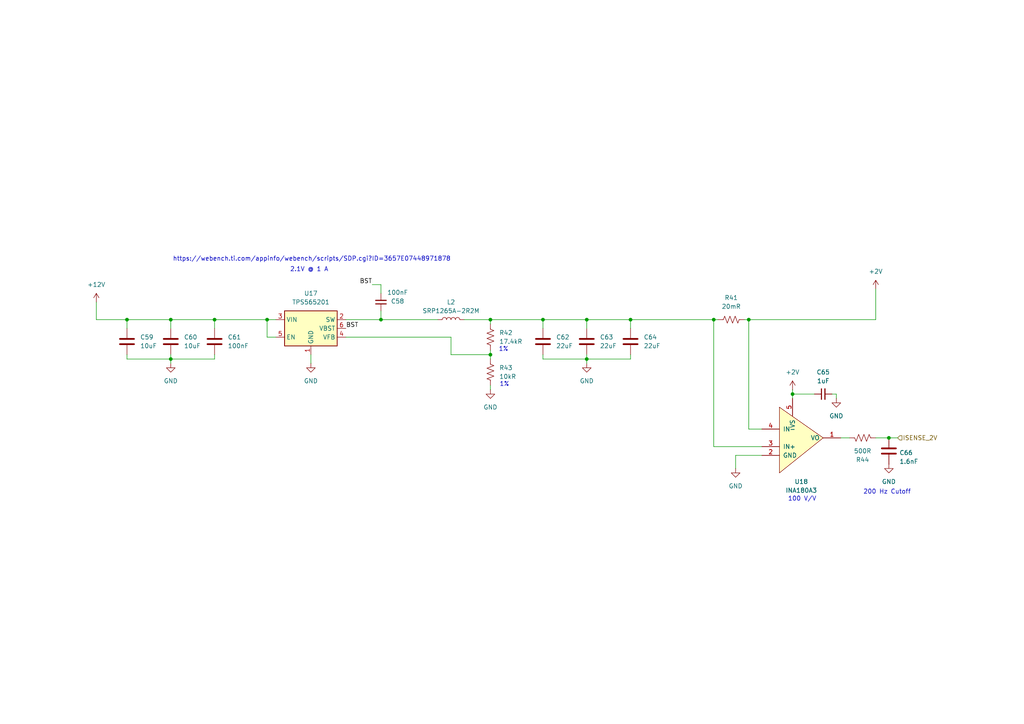
<source format=kicad_sch>
(kicad_sch (version 20231120) (generator "eeschema") (generator_version "8.0")
  (paper "A4")
  (lib_symbols
    (symbol "Device:C" (pin_numbers hide) (pin_names (offset 0.254))
      (property "Reference" "C" (at 0.635 2.54 0))
      (property "Value" "C" (at 0.635 -2.54 0))
      (symbol "C_0_1"
        (polyline (pts (xy -2.032 -0.762) (xy 2.032 -0.762)) (stroke (width 0.508)))
        (polyline (pts (xy -2.032 0.762) (xy 2.032 0.762)) (stroke (width 0.508)))
      )
      (symbol "C_1_1"
        (pin passive line (at 0 3.81 270) (length 2.794) (name "~") (number "1"))
        (pin passive line (at 0 -3.81 90) (length 2.794) (name "~") (number "2"))
      )
    )
    (symbol "Device:C_Small" (pin_numbers hide) (pin_names (offset 0.254) hide)
      (property "Reference" "C" (at 0.254 1.778 0))
      (property "Value" "C_Small" (at 0.254 -2.032 0))
      (symbol "C_Small_0_1"
        (polyline (pts (xy -1.524 -0.508) (xy 1.524 -0.508)) (stroke (width 0.3302)))
        (polyline (pts (xy -1.524 0.508) (xy 1.524 0.508)) (stroke (width 0.3048)))
      )
      (symbol "C_Small_1_1"
        (pin passive line (at 0 2.54 270) (length 2.032) (name "~") (number "1"))
        (pin passive line (at 0 -2.54 90) (length 2.032) (name "~") (number "2"))
      )
    )
    (symbol "Device:L" (pin_numbers hide) (pin_names (offset 1.016) hide)
      (property "Reference" "L" (at -1.27 0 90))
      (property "Value" "L" (at 1.905 0 90))
      (symbol "L_0_1"
        (arc (start 0 -2.54) (mid 0.6323 -1.905) (end 0 -1.27))
        (arc (start 0 -1.27) (mid 0.6323 -0.635) (end 0 0))
        (arc (start 0 0) (mid 0.6323 0.635) (end 0 1.27))
        (arc (start 0 1.27) (mid 0.6323 1.905) (end 0 2.54))
      )
      (symbol "L_1_1"
        (pin passive line (at 0 3.81 270) (length 1.27) (name "1") (number "1"))
        (pin passive line (at 0 -3.81 90) (length 1.27) (name "2") (number "2"))
      )
    )
    (symbol "Device:R_US" (pin_numbers hide) (pin_names (offset 0))
      (property "Reference" "R" (at 2.54 0 90))
      (property "Value" "R_US" (at -2.54 0 90))
      (symbol "R_US_0_1"
        (polyline (pts (xy 0 -2.286) (xy 0 -2.54)))
        (polyline (pts (xy 0 2.286) (xy 0 2.54)))
        (polyline (pts (xy 0 -0.762) (xy 1.016 -1.143) (xy 0 -1.524) (xy -1.016 -1.905) (xy 0 -2.286)))
        (polyline (pts (xy 0 0.762) (xy 1.016 0.381) (xy 0 0) (xy -1.016 -0.381) (xy 0 -0.762)))
        (polyline (pts (xy 0 2.286) (xy 1.016 1.905) (xy 0 1.524) (xy -1.016 1.143) (xy 0 0.762)))
      )
      (symbol "R_US_1_1"
        (pin passive line (at 0 3.81 270) (length 1.27) (name "~") (number "1"))
        (pin passive line (at 0 -3.81 90) (length 1.27) (name "~") (number "2"))
      )
    )
    (symbol "Regulator_Switching:TPS565208"
      (property "Reference" "U" (at -7.62 6.35 0))
      (property "Value" "TPS565208" (at -2.54 6.35 0))
      (symbol "TPS565208_0_1"
        (rectangle (start -7.62 5.08) (end 7.62 -5.08) (stroke (width 0.254)) (fill (type background)))
      )
      (symbol "TPS565208_1_1"
        (pin power_in line (at 0 -7.62 90) (length 2.54) (name "GND") (number "1"))
        (pin output line (at 10.16 2.54 180) (length 2.54) (name "SW") (number "2"))
        (pin power_in line (at -10.16 2.54 0) (length 2.54) (name "VIN") (number "3"))
        (pin input line (at 10.16 -2.54 180) (length 2.54) (name "VFB") (number "4"))
        (pin input line (at -10.16 -2.54 0) (length 2.54) (name "EN") (number "5"))
        (pin passive line (at 10.16 0 180) (length 2.54) (name "VBST") (number "6"))
      )
    )
    (symbol "canhw:INA180" (pin_names (offset 1.016))
      (property "Reference" "U" (at -5.08 13.97 0))
      (property "Value" "INA180" (at -11.43 15.24 0))
      (symbol "INA180_0_1"
        (polyline (pts (xy 5.08 0) (xy -7.62 8.89)))
        (polyline (pts (xy -7.62 8.89) (xy -7.62 -10.16) (xy 5.08 0)) (fill (type background)))
      )
      (symbol "INA180_1_1"
        (pin output line (at 10.16 0 180) (length 5.08) (name "VO") (number "1"))
        (pin power_in line (at -12.7 -5.08 0) (length 5.08) (name "GND") (number "2"))
        (pin input line (at -12.7 -2.54 0) (length 5.08) (name "IN+") (number "3"))
        (pin input line (at -12.7 2.54 0) (length 5.08) (name "IN-") (number "4"))
        (pin power_in line (at -3.81 11.43 270) (length 5.08) (name "VS") (number "5"))
      )
    )
    (symbol "input_board:+2V" (power) (pin_numbers hide) (pin_names (offset 0) hide)
      (property "Value" "+2V" (at 0 3.556 0))
      (symbol "+2V_0_1"
        (polyline (pts (xy -0.762 1.27) (xy 0 2.54)))
        (polyline (pts (xy 0 0) (xy 0 2.54)))
        (polyline (pts (xy 0 2.54) (xy 0.762 1.27)))
      )
      (symbol "+2V_1_1"
        (pin power_in line (at 0 0 90) (length 0) (name "~") (number "1"))
      )
    )
    (symbol "power:+12V" (power) (pin_numbers hide) (pin_names (offset 0) hide)
      (property "Value" "+12V" (at 0 3.556 0))
      (symbol "+12V_0_1"
        (polyline (pts (xy -0.762 1.27) (xy 0 2.54)))
        (polyline (pts (xy 0 0) (xy 0 2.54)))
        (polyline (pts (xy 0 2.54) (xy 0.762 1.27)))
      )
      (symbol "+12V_1_1"
        (pin power_in line (at 0 0 90) (length 0) (name "~") (number "1"))
      )
    )
    (symbol "power:GND" (power) (pin_numbers hide) (pin_names (offset 0) hide)
      (property "Value" "GND" (at 0 -3.81 0))
      (symbol "GND_0_1"
        (polyline (pts (xy 0 0) (xy 0 -1.27) (xy 1.27 -1.27) (xy 0 -2.54) (xy -1.27 -1.27) (xy 0 -1.27)))
      )
      (symbol "GND_1_1"
        (pin power_in line (at 0 0 270) (length 0) (name "~") (number "1"))
      )
    )
  )
  (junction (at 49.53 104.14))
  (junction (at 49.53 92.71))
  (junction (at 182.88 92.71))
  (junction (at 142.24 92.71))
  (junction (at 36.83 92.71))
  (junction (at 110.49 92.71))
  (junction (at 217.17 92.71))
  (junction (at 229.87 114.3))
  (junction (at 170.18 92.71))
  (junction (at 62.23 92.71))
  (junction (at 170.18 104.14))
  (junction (at 157.48 92.71))
  (junction (at 257.81 127))
  (junction (at 207.01 92.71))
  (junction (at 142.24 102.87))
  (junction (at 77.47 92.71))
  (wire (pts (xy 110.49 82.55) (xy 107.95 82.55)))
  (wire (pts (xy 36.83 102.87) (xy 36.83 104.14)))
  (wire (pts (xy 217.17 92.71) (xy 254 92.71)))
  (wire (pts (xy 142.24 102.87) (xy 130.81 102.87)))
  (wire (pts (xy 62.23 92.71) (xy 62.23 95.25)))
  (wire (pts (xy 229.87 113.03) (xy 229.87 114.3)))
  (wire (pts (xy 130.81 102.87) (xy 130.81 97.79)))
  (wire (pts (xy 157.48 104.14) (xy 170.18 104.14)))
  (wire (pts (xy 142.24 101.6) (xy 142.24 102.87)))
  (wire (pts (xy 77.47 92.71) (xy 80.01 92.71)))
  (wire (pts (xy 36.83 92.71) (xy 49.53 92.71)))
  (wire (pts (xy 170.18 104.14) (xy 170.18 102.87)))
  (wire (pts (xy 229.87 114.3) (xy 236.22 114.3)))
  (wire (pts (xy 157.48 92.71) (xy 157.48 95.25)))
  (wire (pts (xy 36.83 95.25) (xy 36.83 92.71)))
  (wire (pts (xy 62.23 92.71) (xy 77.47 92.71)))
  (wire (pts (xy 170.18 104.14) (xy 182.88 104.14)))
  (wire (pts (xy 229.87 114.3) (xy 229.87 115.57)))
  (wire (pts (xy 100.33 92.71) (xy 110.49 92.71)))
  (wire (pts (xy 220.98 124.46) (xy 217.17 124.46)))
  (wire (pts (xy 215.9 92.71) (xy 217.17 92.71)))
  (wire (pts (xy 157.48 102.87) (xy 157.48 104.14)))
  (wire (pts (xy 49.53 104.14) (xy 49.53 102.87)))
  (wire (pts (xy 242.57 114.3) (xy 242.57 115.57)))
  (wire (pts (xy 254 83.82) (xy 254 92.71)))
  (wire (pts (xy 80.01 97.79) (xy 77.47 97.79)))
  (wire (pts (xy 36.83 104.14) (xy 49.53 104.14)))
  (wire (pts (xy 217.17 92.71) (xy 217.17 124.46)))
  (wire (pts (xy 134.62 92.71) (xy 142.24 92.71)))
  (wire (pts (xy 110.49 85.09) (xy 110.49 82.55)))
  (wire (pts (xy 49.53 104.14) (xy 49.53 105.41)))
  (wire (pts (xy 36.83 92.71) (xy 27.94 92.71)))
  (wire (pts (xy 142.24 92.71) (xy 142.24 93.98)))
  (wire (pts (xy 241.3 114.3) (xy 242.57 114.3)))
  (wire (pts (xy 157.48 92.71) (xy 170.18 92.71)))
  (wire (pts (xy 182.88 92.71) (xy 182.88 95.25)))
  (wire (pts (xy 49.53 95.25) (xy 49.53 92.71)))
  (wire (pts (xy 246.38 127) (xy 243.84 127)))
  (wire (pts (xy 142.24 92.71) (xy 157.48 92.71)))
  (wire (pts (xy 27.94 87.63) (xy 27.94 92.71)))
  (wire (pts (xy 182.88 92.71) (xy 207.01 92.71)))
  (wire (pts (xy 254 127) (xy 257.81 127)))
  (wire (pts (xy 90.17 102.87) (xy 90.17 105.41)))
  (wire (pts (xy 62.23 104.14) (xy 62.23 102.87)))
  (wire (pts (xy 207.01 129.54) (xy 207.01 92.71)))
  (wire (pts (xy 49.53 104.14) (xy 62.23 104.14)))
  (wire (pts (xy 142.24 111.76) (xy 142.24 113.03)))
  (wire (pts (xy 142.24 102.87) (xy 142.24 104.14)))
  (wire (pts (xy 213.36 132.08) (xy 213.36 135.89)))
  (wire (pts (xy 110.49 92.71) (xy 127 92.71)))
  (wire (pts (xy 220.98 132.08) (xy 213.36 132.08)))
  (wire (pts (xy 170.18 92.71) (xy 170.18 95.25)))
  (wire (pts (xy 170.18 92.71) (xy 182.88 92.71)))
  (wire (pts (xy 182.88 104.14) (xy 182.88 102.87)))
  (wire (pts (xy 49.53 92.71) (xy 62.23 92.71)))
  (wire (pts (xy 207.01 92.71) (xy 208.28 92.71)))
  (wire (pts (xy 100.33 97.79) (xy 130.81 97.79)))
  (wire (pts (xy 257.81 127) (xy 260.35 127)))
  (wire (pts (xy 110.49 90.17) (xy 110.49 92.71)))
  (wire (pts (xy 170.18 104.14) (xy 170.18 105.41)))
  (wire (pts (xy 77.47 97.79) (xy 77.47 92.71)))
  (wire (pts (xy 220.98 129.54) (xy 207.01 129.54)))
  (text "100 V/V" (at 232.664 144.78 0) (effects (font (size 1.27 1.27))))
  (text "https://webench.ti.com/appinfo/webench/scripts/SDP.cgi?ID=3657E07448971878" (at 90.424 75.184 0) (effects (font (size 1.27 1.27))))
  (text "2.1V @ 1 A " (at 90.17 78.232 0) (effects (font (size 1.27 1.27))))
  (text "1%" (at 146.05 101.346 0) (effects (font (size 1.27 1.27))))
  (text "1%" (at 146.304 111.506 0) (effects (font (size 1.27 1.27))))
  (text "200 Hz Cutoff" (at 257.302 142.748 0) (effects (font (size 1.27 1.27))))
  (label "BST" (at 100.33 95.25 0))
  (label "BST" (at 107.95 82.55 180))
  (hierarchical_label "ISENSE_2V" (shape input) (at 260.35 127 0))
  (symbol (lib_id "Device:C") (at 36.83 99.06 0) (unit 1)
    (property "Reference" "C59" (at 40.64 97.7899 0) (effects (justify left)))
    (property "Value" "10uF" (at 40.64 100.3299 0) (effects (justify left)))
    (property "Footprint" "Capacitor_SMD:C_0805_2012Metric_Pad1.18x1.45mm_HandSolder" (effects (hide yes)))
    (property "Description" "Unpolarized capacitor" (effects (hide yes)))
  )
  (symbol (lib_id "power:GND") (at 257.81 134.62 0) (unit 1)
    (property "Reference" "#PWR0141" (effects (hide yes)))
    (property "Value" "GND" (at 257.81 139.7 0))
    (property "Description" "Power symbol creates a global label with name \"GND\" , ground" (effects (hide yes)))
  )
  (symbol (lib_id "power:GND") (at 170.18 105.41 0) (unit 1)
    (property "Reference" "#PWR0137" (effects (hide yes)))
    (property "Value" "GND" (at 170.18 110.49 0))
    (property "Description" "Power symbol creates a global label with name \"GND\" , ground" (effects (hide yes)))
  )
  (symbol (lib_id "canhw:INA180") (at 233.68 127 0) (unit 1)
    (property "Reference" "U18" (at 232.41 139.7 0))
    (property "Value" "INA180A3" (at 232.41 142.24 0))
    (property "Footprint" "Package_TO_SOT_SMD:SOT-23-5_HandSoldering" (effects (hide yes)))
  )
  (symbol (lib_id "Device:C") (at 49.53 99.06 0) (unit 1)
    (property "Reference" "C60" (at 53.34 97.7899 0) (effects (justify left)))
    (property "Value" "10uF" (at 53.34 100.3299 0) (effects (justify left)))
    (property "Footprint" "Capacitor_SMD:C_0805_2012Metric_Pad1.18x1.45mm_HandSolder" (effects (hide yes)))
    (property "Description" "Unpolarized capacitor" (effects (hide yes)))
  )
  (symbol (lib_id "Device:R_US") (at 142.24 97.79 0) (unit 1)
    (property "Reference" "R42" (at 144.78 96.5199 0) (effects (justify left)))
    (property "Value" "17.4kR" (at 144.78 99.0599 0) (effects (justify left)))
    (property "Footprint" "Resistor_SMD:R_0805_2012Metric_Pad1.20x1.40mm_HandSolder" (effects (hide yes)))
    (property "Description" "Resistor, US symbol" (effects (hide yes)))
  )
  (symbol (lib_id "power:GND") (at 49.53 105.41 0) (unit 1)
    (property "Reference" "#PWR0135" (effects (hide yes)))
    (property "Value" "GND" (at 49.53 110.49 0))
    (property "Description" "Power symbol creates a global label with name \"GND\" , ground" (effects (hide yes)))
  )
  (symbol (lib_id "power:GND") (at 242.57 115.57 0) (unit 1)
    (property "Reference" "#PWR0140" (effects (hide yes)))
    (property "Value" "GND" (at 242.57 120.65 0))
    (property "Description" "Power symbol creates a global label with name \"GND\" , ground" (effects (hide yes)))
  )
  (symbol (lib_id "power:+12V") (at 27.94 87.63 0) (unit 1)
    (property "Reference" "#PWR0134" (effects (hide yes)))
    (property "Value" "+12V" (at 27.94 82.55 0))
    (property "Description" "Power symbol creates a global label with name \"+12V\"" (effects (hide yes)))
  )
  (symbol (lib_id "power:GND") (at 90.17 105.41 0) (unit 1)
    (property "Reference" "#PWR0136" (effects (hide yes)))
    (property "Value" "GND" (at 90.17 110.49 0))
    (property "Description" "Power symbol creates a global label with name \"GND\" , ground" (effects (hide yes)))
  )
  (symbol (lib_id "Device:L") (at 130.81 92.71 90) (unit 1)
    (property "Reference" "L2" (at 130.81 87.63 90))
    (property "Value" "SRP1265A-2R2M" (at 130.81 90.17 90))
    (property "Footprint" "input_board:IND_SRP1265A-2R2M" (effects (hide yes)))
    (property "Description" "Inductor" (effects (hide yes)))
  )
  (symbol (lib_id "Device:C") (at 182.88 99.06 0) (unit 1)
    (property "Reference" "C64" (at 186.69 97.7899 0) (effects (justify left)))
    (property "Value" "22uF" (at 186.69 100.3299 0) (effects (justify left)))
    (property "Footprint" "Capacitor_SMD:C_0805_2012Metric_Pad1.18x1.45mm_HandSolder" (effects (hide yes)))
    (property "Description" "Unpolarized capacitor" (effects (hide yes)))
  )
  (symbol (lib_id "Device:C") (at 62.23 99.06 0) (unit 1)
    (property "Reference" "C61" (at 66.04 97.7899 0) (effects (justify left)))
    (property "Value" "100nF" (at 66.04 100.3299 0) (effects (justify left)))
    (property "Footprint" "Capacitor_SMD:C_0805_2012Metric_Pad1.18x1.45mm_HandSolder" (effects (hide yes)))
    (property "Description" "Unpolarized capacitor" (effects (hide yes)))
  )
  (symbol (lib_id "Device:C_Small") (at 110.49 87.63 0) (mirror x) (unit 1)
    (property "Reference" "C58" (at 115.316 87.376 0))
    (property "Value" "100nF" (at 115.316 84.836 0))
    (property "Footprint" "Capacitor_SMD:C_0805_2012Metric_Pad1.18x1.45mm_HandSolder" (effects (hide yes)))
    (property "Description" "Unpolarized capacitor, small symbol" (effects (hide yes)))
  )
  (symbol (lib_id "Device:C") (at 157.48 99.06 0) (unit 1)
    (property "Reference" "C62" (at 161.29 97.7899 0) (effects (justify left)))
    (property "Value" "22uF" (at 161.29 100.3299 0) (effects (justify left)))
    (property "Footprint" "Capacitor_SMD:C_0805_2012Metric_Pad1.18x1.45mm_HandSolder" (effects (hide yes)))
    (property "Description" "Unpolarized capacitor" (effects (hide yes)))
  )
  (symbol (lib_id "Device:C_Small") (at 238.76 114.3 90) (unit 1)
    (property "Reference" "C65" (at 238.7663 107.95 90))
    (property "Value" "1uF" (at 238.7663 110.49 90))
    (property "Footprint" "Capacitor_SMD:C_0805_2012Metric_Pad1.18x1.45mm_HandSolder" (effects (hide yes)))
    (property "Description" "Unpolarized capacitor, small symbol" (effects (hide yes)))
  )
  (symbol (lib_id "power:GND") (at 213.36 135.89 0) (unit 1)
    (property "Reference" "#PWR0142" (effects (hide yes)))
    (property "Value" "GND" (at 213.36 140.97 0))
    (property "Description" "Power symbol creates a global label with name \"GND\" , ground" (effects (hide yes)))
  )
  (symbol (lib_id "Device:C") (at 257.81 130.81 0) (unit 1)
    (property "Reference" "C66" (at 260.858 131.318 0) (effects (justify left)))
    (property "Value" "1.6nF" (at 260.858 133.858 0) (effects (justify left)))
    (property "Footprint" "Capacitor_SMD:C_0805_2012Metric_Pad1.18x1.45mm_HandSolder" (effects (hide yes)))
    (property "Description" "Unpolarized capacitor" (effects (hide yes)))
  )
  (symbol (lib_id "input_board:+2V") (at 254 83.82 0) (unit 1)
    (property "Reference" "#PWR0133" (effects (hide yes)))
    (property "Value" "+2V" (at 254 78.74 0))
    (property "Description" "Power symbol creates a global label with name \"+2V\"" (effects (hide yes)))
  )
  (symbol (lib_id "Device:R_US") (at 212.09 92.71 90) (unit 1)
    (property "Reference" "R41" (at 212.09 86.36 90))
    (property "Value" "20mR" (at 212.09 88.9 90))
    (property "Footprint" "Resistor_SMD:R_0805_2012Metric_Pad1.20x1.40mm_HandSolder" (effects (hide yes)))
    (property "Description" "Resistor, US symbol" (effects (hide yes)))
  )
  (symbol (lib_id "input_board:+2V") (at 229.87 113.03 0) (unit 1)
    (property "Reference" "#PWR0139" (effects (hide yes)))
    (property "Value" "+2V" (at 229.87 107.95 0))
    (property "Description" "Power symbol creates a global label with name \"+2V\"" (effects (hide yes)))
  )
  (symbol (lib_id "Device:R_US") (at 250.19 127 270) (mirror x) (unit 1)
    (property "Reference" "R44" (at 250.19 133.35 90))
    (property "Value" "500R" (at 250.19 130.81 90))
    (property "Footprint" "Resistor_SMD:R_0805_2012Metric_Pad1.20x1.40mm_HandSolder" (effects (hide yes)))
    (property "Description" "Resistor, US symbol" (effects (hide yes)))
  )
  (symbol (lib_id "Device:R_US") (at 142.24 107.95 0) (unit 1)
    (property "Reference" "R43" (at 144.78 106.6799 0) (effects (justify left)))
    (property "Value" "10kR" (at 144.78 109.2199 0) (effects (justify left)))
    (property "Footprint" "Resistor_SMD:R_0805_2012Metric_Pad1.20x1.40mm_HandSolder" (effects (hide yes)))
    (property "Description" "Resistor, US symbol" (effects (hide yes)))
  )
  (symbol (lib_id "power:GND") (at 142.24 113.03 0) (unit 1)
    (property "Reference" "#PWR0138" (effects (hide yes)))
    (property "Value" "GND" (at 142.24 118.11 0))
    (property "Description" "Power symbol creates a global label with name \"GND\" , ground" (effects (hide yes)))
  )
  (symbol (lib_id "Regulator_Switching:TPS565208") (at 90.17 95.25 0) (unit 1)
    (property "Reference" "U17" (at 90.17 85.09 0))
    (property "Value" "TPS565201" (at 90.17 87.63 0))
    (property "Footprint" "Package_TO_SOT_SMD:SOT-23-6" (effects (hide yes)))
    (property "Datasheet" "http://www.ti.com/lit/ds/symlink/tps565208.pdf" (effects (hide yes)))
    (property "Description" "5A Synchronous Step-Down Voltage Regulator, Adjustable Output Voltage, 4.5-17V Input Voltage, SOT-23-6" (effects (hide yes)))
  )
  (symbol (lib_id "Device:C") (at 170.18 99.06 0) (unit 1)
    (property "Reference" "C63" (at 173.99 97.7899 0) (effects (justify left)))
    (property "Value" "22uF" (at 173.99 100.3299 0) (effects (justify left)))
    (property "Footprint" "Capacitor_SMD:C_0805_2012Metric_Pad1.18x1.45mm_HandSolder" (effects (hide yes)))
    (property "Description" "Unpolarized capacitor" (effects (hide yes)))
  )
)
</source>
